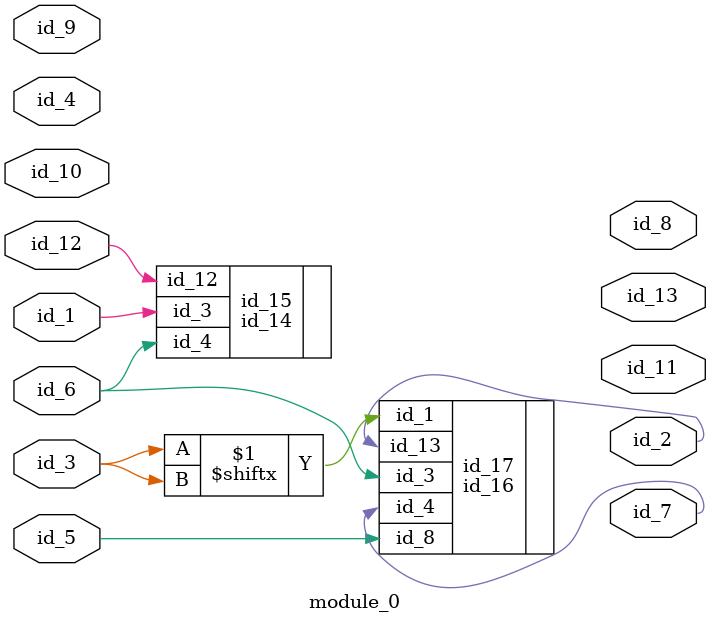
<source format=v>
module module_0 (
    id_1,
    id_2,
    id_3,
    id_4,
    id_5,
    id_6,
    id_7,
    id_8,
    id_9,
    id_10,
    id_11,
    id_12,
    id_13
);
  output id_13;
  input id_12;
  output id_11;
  input id_10;
  input id_9;
  output id_8;
  output id_7;
  input id_6;
  input id_5;
  input id_4;
  input id_3;
  output id_2;
  input id_1;
  id_14 id_15 (
      .id_3 (id_1),
      .id_4 (id_6),
      .id_12(id_12)
  );
  id_16 id_17 (
      .id_4 (id_7),
      .id_3 (id_6),
      .id_13(id_10),
      .id_13(id_2),
      .id_8 (id_5),
      .id_1 (id_3[id_3])
  );
endmodule

</source>
